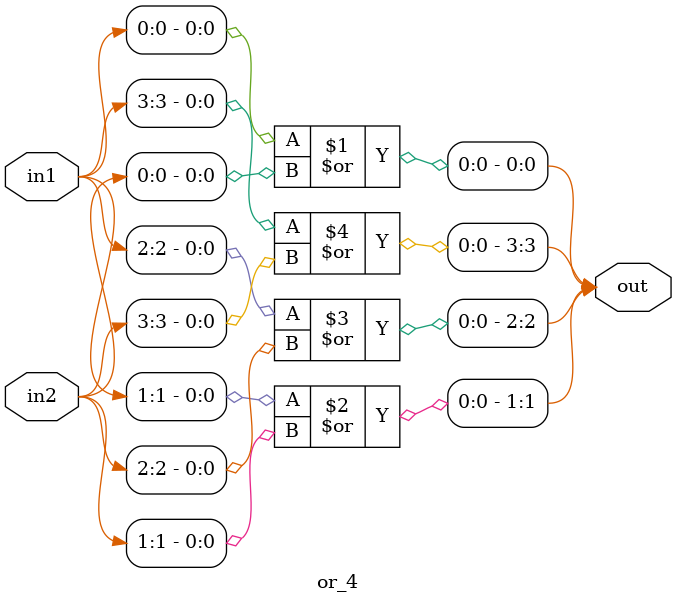
<source format=v>
module or_4(out,in1,in2);
	input[3:0] in1,in2;
	output[3:0] out;
	or or1(out[0],in1[0],in2[0]);
	or or2(out[1],in1[1],in2[1]);
	or or3(out[2],in1[2],in2[2]);
	or or4(out[3],in1[3],in2[3]);
endmodule
	
</source>
